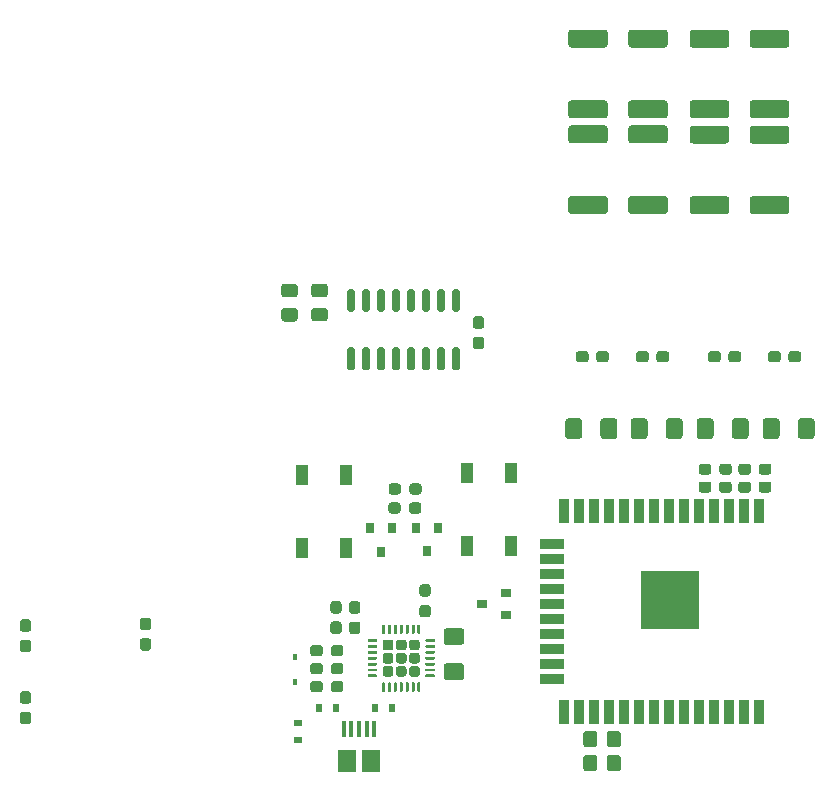
<source format=gbr>
G04 #@! TF.GenerationSoftware,KiCad,Pcbnew,(5.1.12)-1*
G04 #@! TF.CreationDate,2022-01-16T14:13:13-03:00*
G04 #@! TF.ProjectId,hamodule,68616d6f-6475-46c6-952e-6b696361645f,rev?*
G04 #@! TF.SameCoordinates,Original*
G04 #@! TF.FileFunction,Paste,Top*
G04 #@! TF.FilePolarity,Positive*
%FSLAX46Y46*%
G04 Gerber Fmt 4.6, Leading zero omitted, Abs format (unit mm)*
G04 Created by KiCad (PCBNEW (5.1.12)-1) date 2022-01-16 14:13:13*
%MOMM*%
%LPD*%
G01*
G04 APERTURE LIST*
%ADD10R,0.450000X0.600000*%
%ADD11R,0.900000X0.800000*%
%ADD12R,1.500000X1.900000*%
%ADD13R,0.400000X1.350000*%
%ADD14R,5.000000X5.000000*%
%ADD15R,0.900000X2.000000*%
%ADD16R,2.000000X0.900000*%
%ADD17R,0.600000X0.700000*%
%ADD18R,0.700000X0.600000*%
%ADD19R,0.800000X0.900000*%
%ADD20R,1.100000X1.800000*%
G04 APERTURE END LIST*
G36*
G01*
X142160000Y-139057500D02*
X141685000Y-139057500D01*
G75*
G02*
X141447500Y-138820000I0J237500D01*
G01*
X141447500Y-138220000D01*
G75*
G02*
X141685000Y-137982500I237500J0D01*
G01*
X142160000Y-137982500D01*
G75*
G02*
X142397500Y-138220000I0J-237500D01*
G01*
X142397500Y-138820000D01*
G75*
G02*
X142160000Y-139057500I-237500J0D01*
G01*
G37*
G36*
G01*
X142160000Y-140782500D02*
X141685000Y-140782500D01*
G75*
G02*
X141447500Y-140545000I0J237500D01*
G01*
X141447500Y-139945000D01*
G75*
G02*
X141685000Y-139707500I237500J0D01*
G01*
X142160000Y-139707500D01*
G75*
G02*
X142397500Y-139945000I0J-237500D01*
G01*
X142397500Y-140545000D01*
G75*
G02*
X142160000Y-140782500I-237500J0D01*
G01*
G37*
G36*
G01*
X197154500Y-122608500D02*
X197154500Y-121358500D01*
G75*
G02*
X197404500Y-121108500I250000J0D01*
G01*
X198329500Y-121108500D01*
G75*
G02*
X198579500Y-121358500I0J-250000D01*
G01*
X198579500Y-122608500D01*
G75*
G02*
X198329500Y-122858500I-250000J0D01*
G01*
X197404500Y-122858500D01*
G75*
G02*
X197154500Y-122608500I0J250000D01*
G01*
G37*
G36*
G01*
X194179500Y-122608500D02*
X194179500Y-121358500D01*
G75*
G02*
X194429500Y-121108500I250000J0D01*
G01*
X195354500Y-121108500D01*
G75*
G02*
X195604500Y-121358500I0J-250000D01*
G01*
X195604500Y-122608500D01*
G75*
G02*
X195354500Y-122858500I-250000J0D01*
G01*
X194429500Y-122858500D01*
G75*
G02*
X194179500Y-122608500I0J250000D01*
G01*
G37*
G36*
G01*
X190016500Y-121358500D02*
X190016500Y-122608500D01*
G75*
G02*
X189766500Y-122858500I-250000J0D01*
G01*
X188841500Y-122858500D01*
G75*
G02*
X188591500Y-122608500I0J250000D01*
G01*
X188591500Y-121358500D01*
G75*
G02*
X188841500Y-121108500I250000J0D01*
G01*
X189766500Y-121108500D01*
G75*
G02*
X190016500Y-121358500I0J-250000D01*
G01*
G37*
G36*
G01*
X192991500Y-121358500D02*
X192991500Y-122608500D01*
G75*
G02*
X192741500Y-122858500I-250000J0D01*
G01*
X191816500Y-122858500D01*
G75*
G02*
X191566500Y-122608500I0J250000D01*
G01*
X191566500Y-121358500D01*
G75*
G02*
X191816500Y-121108500I250000J0D01*
G01*
X192741500Y-121108500D01*
G75*
G02*
X192991500Y-121358500I0J-250000D01*
G01*
G37*
G36*
G01*
X178892500Y-121358500D02*
X178892500Y-122608500D01*
G75*
G02*
X178642500Y-122858500I-250000J0D01*
G01*
X177717500Y-122858500D01*
G75*
G02*
X177467500Y-122608500I0J250000D01*
G01*
X177467500Y-121358500D01*
G75*
G02*
X177717500Y-121108500I250000J0D01*
G01*
X178642500Y-121108500D01*
G75*
G02*
X178892500Y-121358500I0J-250000D01*
G01*
G37*
G36*
G01*
X181867500Y-121358500D02*
X181867500Y-122608500D01*
G75*
G02*
X181617500Y-122858500I-250000J0D01*
G01*
X180692500Y-122858500D01*
G75*
G02*
X180442500Y-122608500I0J250000D01*
G01*
X180442500Y-121358500D01*
G75*
G02*
X180692500Y-121108500I250000J0D01*
G01*
X181617500Y-121108500D01*
G75*
G02*
X181867500Y-121358500I0J-250000D01*
G01*
G37*
G36*
G01*
X185978500Y-122608500D02*
X185978500Y-121358500D01*
G75*
G02*
X186228500Y-121108500I250000J0D01*
G01*
X187153500Y-121108500D01*
G75*
G02*
X187403500Y-121358500I0J-250000D01*
G01*
X187403500Y-122608500D01*
G75*
G02*
X187153500Y-122858500I-250000J0D01*
G01*
X186228500Y-122858500D01*
G75*
G02*
X185978500Y-122608500I0J250000D01*
G01*
G37*
G36*
G01*
X183003500Y-122608500D02*
X183003500Y-121358500D01*
G75*
G02*
X183253500Y-121108500I250000J0D01*
G01*
X184178500Y-121108500D01*
G75*
G02*
X184428500Y-121358500I0J-250000D01*
G01*
X184428500Y-122608500D01*
G75*
G02*
X184178500Y-122858500I-250000J0D01*
G01*
X183253500Y-122858500D01*
G75*
G02*
X183003500Y-122608500I0J250000D01*
G01*
G37*
G36*
G01*
X167408700Y-141845000D02*
X168658700Y-141845000D01*
G75*
G02*
X168908700Y-142095000I0J-250000D01*
G01*
X168908700Y-143020000D01*
G75*
G02*
X168658700Y-143270000I-250000J0D01*
G01*
X167408700Y-143270000D01*
G75*
G02*
X167158700Y-143020000I0J250000D01*
G01*
X167158700Y-142095000D01*
G75*
G02*
X167408700Y-141845000I250000J0D01*
G01*
G37*
G36*
G01*
X167408700Y-138870000D02*
X168658700Y-138870000D01*
G75*
G02*
X168908700Y-139120000I0J-250000D01*
G01*
X168908700Y-140045000D01*
G75*
G02*
X168658700Y-140295000I-250000J0D01*
G01*
X167408700Y-140295000D01*
G75*
G02*
X167158700Y-140045000I0J250000D01*
G01*
X167158700Y-139120000D01*
G75*
G02*
X167408700Y-138870000I250000J0D01*
G01*
G37*
G36*
G01*
X164254900Y-127326400D02*
X164254900Y-126851400D01*
G75*
G02*
X164492400Y-126613900I237500J0D01*
G01*
X165067400Y-126613900D01*
G75*
G02*
X165304900Y-126851400I0J-237500D01*
G01*
X165304900Y-127326400D01*
G75*
G02*
X165067400Y-127563900I-237500J0D01*
G01*
X164492400Y-127563900D01*
G75*
G02*
X164254900Y-127326400I0J237500D01*
G01*
G37*
G36*
G01*
X162504900Y-127326400D02*
X162504900Y-126851400D01*
G75*
G02*
X162742400Y-126613900I237500J0D01*
G01*
X163317400Y-126613900D01*
G75*
G02*
X163554900Y-126851400I0J-237500D01*
G01*
X163554900Y-127326400D01*
G75*
G02*
X163317400Y-127563900I-237500J0D01*
G01*
X162742400Y-127563900D01*
G75*
G02*
X162504900Y-127326400I0J237500D01*
G01*
G37*
G36*
G01*
X163532100Y-128463000D02*
X163532100Y-128938000D01*
G75*
G02*
X163294600Y-129175500I-237500J0D01*
G01*
X162719600Y-129175500D01*
G75*
G02*
X162482100Y-128938000I0J237500D01*
G01*
X162482100Y-128463000D01*
G75*
G02*
X162719600Y-128225500I237500J0D01*
G01*
X163294600Y-128225500D01*
G75*
G02*
X163532100Y-128463000I0J-237500D01*
G01*
G37*
G36*
G01*
X165282100Y-128463000D02*
X165282100Y-128938000D01*
G75*
G02*
X165044600Y-129175500I-237500J0D01*
G01*
X164469600Y-129175500D01*
G75*
G02*
X164232100Y-128938000I0J237500D01*
G01*
X164232100Y-128463000D01*
G75*
G02*
X164469600Y-128225500I237500J0D01*
G01*
X165044600Y-128225500D01*
G75*
G02*
X165282100Y-128463000I0J-237500D01*
G01*
G37*
G36*
G01*
X196358500Y-116125000D02*
X196358500Y-115650000D01*
G75*
G02*
X196596000Y-115412500I237500J0D01*
G01*
X197196000Y-115412500D01*
G75*
G02*
X197433500Y-115650000I0J-237500D01*
G01*
X197433500Y-116125000D01*
G75*
G02*
X197196000Y-116362500I-237500J0D01*
G01*
X196596000Y-116362500D01*
G75*
G02*
X196358500Y-116125000I0J237500D01*
G01*
G37*
G36*
G01*
X194633500Y-116125000D02*
X194633500Y-115650000D01*
G75*
G02*
X194871000Y-115412500I237500J0D01*
G01*
X195471000Y-115412500D01*
G75*
G02*
X195708500Y-115650000I0J-237500D01*
G01*
X195708500Y-116125000D01*
G75*
G02*
X195471000Y-116362500I-237500J0D01*
G01*
X194871000Y-116362500D01*
G75*
G02*
X194633500Y-116125000I0J237500D01*
G01*
G37*
G36*
G01*
X190628500Y-115650000D02*
X190628500Y-116125000D01*
G75*
G02*
X190391000Y-116362500I-237500J0D01*
G01*
X189791000Y-116362500D01*
G75*
G02*
X189553500Y-116125000I0J237500D01*
G01*
X189553500Y-115650000D01*
G75*
G02*
X189791000Y-115412500I237500J0D01*
G01*
X190391000Y-115412500D01*
G75*
G02*
X190628500Y-115650000I0J-237500D01*
G01*
G37*
G36*
G01*
X192353500Y-115650000D02*
X192353500Y-116125000D01*
G75*
G02*
X192116000Y-116362500I-237500J0D01*
G01*
X191516000Y-116362500D01*
G75*
G02*
X191278500Y-116125000I0J237500D01*
G01*
X191278500Y-115650000D01*
G75*
G02*
X191516000Y-115412500I237500J0D01*
G01*
X192116000Y-115412500D01*
G75*
G02*
X192353500Y-115650000I0J-237500D01*
G01*
G37*
G36*
G01*
X185182500Y-116125000D02*
X185182500Y-115650000D01*
G75*
G02*
X185420000Y-115412500I237500J0D01*
G01*
X186020000Y-115412500D01*
G75*
G02*
X186257500Y-115650000I0J-237500D01*
G01*
X186257500Y-116125000D01*
G75*
G02*
X186020000Y-116362500I-237500J0D01*
G01*
X185420000Y-116362500D01*
G75*
G02*
X185182500Y-116125000I0J237500D01*
G01*
G37*
G36*
G01*
X183457500Y-116125000D02*
X183457500Y-115650000D01*
G75*
G02*
X183695000Y-115412500I237500J0D01*
G01*
X184295000Y-115412500D01*
G75*
G02*
X184532500Y-115650000I0J-237500D01*
G01*
X184532500Y-116125000D01*
G75*
G02*
X184295000Y-116362500I-237500J0D01*
G01*
X183695000Y-116362500D01*
G75*
G02*
X183457500Y-116125000I0J237500D01*
G01*
G37*
G36*
G01*
X179434500Y-115650000D02*
X179434500Y-116125000D01*
G75*
G02*
X179197000Y-116362500I-237500J0D01*
G01*
X178597000Y-116362500D01*
G75*
G02*
X178359500Y-116125000I0J237500D01*
G01*
X178359500Y-115650000D01*
G75*
G02*
X178597000Y-115412500I237500J0D01*
G01*
X179197000Y-115412500D01*
G75*
G02*
X179434500Y-115650000I0J-237500D01*
G01*
G37*
G36*
G01*
X181159500Y-115650000D02*
X181159500Y-116125000D01*
G75*
G02*
X180922000Y-116362500I-237500J0D01*
G01*
X180322000Y-116362500D01*
G75*
G02*
X180084500Y-116125000I0J237500D01*
G01*
X180084500Y-115650000D01*
G75*
G02*
X180322000Y-115412500I237500J0D01*
G01*
X180922000Y-115412500D01*
G75*
G02*
X181159500Y-115650000I0J-237500D01*
G01*
G37*
G36*
G01*
X131525000Y-145939500D02*
X132000000Y-145939500D01*
G75*
G02*
X132237500Y-146177000I0J-237500D01*
G01*
X132237500Y-146777000D01*
G75*
G02*
X132000000Y-147014500I-237500J0D01*
G01*
X131525000Y-147014500D01*
G75*
G02*
X131287500Y-146777000I0J237500D01*
G01*
X131287500Y-146177000D01*
G75*
G02*
X131525000Y-145939500I237500J0D01*
G01*
G37*
G36*
G01*
X131525000Y-144214500D02*
X132000000Y-144214500D01*
G75*
G02*
X132237500Y-144452000I0J-237500D01*
G01*
X132237500Y-145052000D01*
G75*
G02*
X132000000Y-145289500I-237500J0D01*
G01*
X131525000Y-145289500D01*
G75*
G02*
X131287500Y-145052000I0J237500D01*
G01*
X131287500Y-144452000D01*
G75*
G02*
X131525000Y-144214500I237500J0D01*
G01*
G37*
G36*
G01*
X132000000Y-139193500D02*
X131525000Y-139193500D01*
G75*
G02*
X131287500Y-138956000I0J237500D01*
G01*
X131287500Y-138356000D01*
G75*
G02*
X131525000Y-138118500I237500J0D01*
G01*
X132000000Y-138118500D01*
G75*
G02*
X132237500Y-138356000I0J-237500D01*
G01*
X132237500Y-138956000D01*
G75*
G02*
X132000000Y-139193500I-237500J0D01*
G01*
G37*
G36*
G01*
X132000000Y-140918500D02*
X131525000Y-140918500D01*
G75*
G02*
X131287500Y-140681000I0J237500D01*
G01*
X131287500Y-140081000D01*
G75*
G02*
X131525000Y-139843500I237500J0D01*
G01*
X132000000Y-139843500D01*
G75*
G02*
X132237500Y-140081000I0J-237500D01*
G01*
X132237500Y-140681000D01*
G75*
G02*
X132000000Y-140918500I-237500J0D01*
G01*
G37*
G36*
G01*
X169879000Y-114189500D02*
X170354000Y-114189500D01*
G75*
G02*
X170591500Y-114427000I0J-237500D01*
G01*
X170591500Y-115027000D01*
G75*
G02*
X170354000Y-115264500I-237500J0D01*
G01*
X169879000Y-115264500D01*
G75*
G02*
X169641500Y-115027000I0J237500D01*
G01*
X169641500Y-114427000D01*
G75*
G02*
X169879000Y-114189500I237500J0D01*
G01*
G37*
G36*
G01*
X169879000Y-112464500D02*
X170354000Y-112464500D01*
G75*
G02*
X170591500Y-112702000I0J-237500D01*
G01*
X170591500Y-113302000D01*
G75*
G02*
X170354000Y-113539500I-237500J0D01*
G01*
X169879000Y-113539500D01*
G75*
G02*
X169641500Y-113302000I0J237500D01*
G01*
X169641500Y-112702000D01*
G75*
G02*
X169879000Y-112464500I237500J0D01*
G01*
G37*
G36*
G01*
X189831000Y-126699000D02*
X189831000Y-127174000D01*
G75*
G02*
X189593500Y-127411500I-237500J0D01*
G01*
X188993500Y-127411500D01*
G75*
G02*
X188756000Y-127174000I0J237500D01*
G01*
X188756000Y-126699000D01*
G75*
G02*
X188993500Y-126461500I237500J0D01*
G01*
X189593500Y-126461500D01*
G75*
G02*
X189831000Y-126699000I0J-237500D01*
G01*
G37*
G36*
G01*
X191556000Y-126699000D02*
X191556000Y-127174000D01*
G75*
G02*
X191318500Y-127411500I-237500J0D01*
G01*
X190718500Y-127411500D01*
G75*
G02*
X190481000Y-127174000I0J237500D01*
G01*
X190481000Y-126699000D01*
G75*
G02*
X190718500Y-126461500I237500J0D01*
G01*
X191318500Y-126461500D01*
G75*
G02*
X191556000Y-126699000I0J-237500D01*
G01*
G37*
G36*
G01*
X193836000Y-127174000D02*
X193836000Y-126699000D01*
G75*
G02*
X194073500Y-126461500I237500J0D01*
G01*
X194673500Y-126461500D01*
G75*
G02*
X194911000Y-126699000I0J-237500D01*
G01*
X194911000Y-127174000D01*
G75*
G02*
X194673500Y-127411500I-237500J0D01*
G01*
X194073500Y-127411500D01*
G75*
G02*
X193836000Y-127174000I0J237500D01*
G01*
G37*
G36*
G01*
X192111000Y-127174000D02*
X192111000Y-126699000D01*
G75*
G02*
X192348500Y-126461500I237500J0D01*
G01*
X192948500Y-126461500D01*
G75*
G02*
X193186000Y-126699000I0J-237500D01*
G01*
X193186000Y-127174000D01*
G75*
G02*
X192948500Y-127411500I-237500J0D01*
G01*
X192348500Y-127411500D01*
G75*
G02*
X192111000Y-127174000I0J237500D01*
G01*
G37*
G36*
G01*
X158289000Y-137648900D02*
X157814000Y-137648900D01*
G75*
G02*
X157576500Y-137411400I0J237500D01*
G01*
X157576500Y-136811400D01*
G75*
G02*
X157814000Y-136573900I237500J0D01*
G01*
X158289000Y-136573900D01*
G75*
G02*
X158526500Y-136811400I0J-237500D01*
G01*
X158526500Y-137411400D01*
G75*
G02*
X158289000Y-137648900I-237500J0D01*
G01*
G37*
G36*
G01*
X158289000Y-139373900D02*
X157814000Y-139373900D01*
G75*
G02*
X157576500Y-139136400I0J237500D01*
G01*
X157576500Y-138536400D01*
G75*
G02*
X157814000Y-138298900I237500J0D01*
G01*
X158289000Y-138298900D01*
G75*
G02*
X158526500Y-138536400I0J-237500D01*
G01*
X158526500Y-139136400D01*
G75*
G02*
X158289000Y-139373900I-237500J0D01*
G01*
G37*
G36*
G01*
X162231000Y-142084500D02*
X162681000Y-142084500D01*
G75*
G02*
X162906000Y-142309500I0J-225000D01*
G01*
X162906000Y-142759500D01*
G75*
G02*
X162681000Y-142984500I-225000J0D01*
G01*
X162231000Y-142984500D01*
G75*
G02*
X162006000Y-142759500I0J225000D01*
G01*
X162006000Y-142309500D01*
G75*
G02*
X162231000Y-142084500I225000J0D01*
G01*
G37*
G36*
G01*
X163351000Y-142084500D02*
X163801000Y-142084500D01*
G75*
G02*
X164026000Y-142309500I0J-225000D01*
G01*
X164026000Y-142759500D01*
G75*
G02*
X163801000Y-142984500I-225000J0D01*
G01*
X163351000Y-142984500D01*
G75*
G02*
X163126000Y-142759500I0J225000D01*
G01*
X163126000Y-142309500D01*
G75*
G02*
X163351000Y-142084500I225000J0D01*
G01*
G37*
G36*
G01*
X164471000Y-142084500D02*
X164921000Y-142084500D01*
G75*
G02*
X165146000Y-142309500I0J-225000D01*
G01*
X165146000Y-142759500D01*
G75*
G02*
X164921000Y-142984500I-225000J0D01*
G01*
X164471000Y-142984500D01*
G75*
G02*
X164246000Y-142759500I0J225000D01*
G01*
X164246000Y-142309500D01*
G75*
G02*
X164471000Y-142084500I225000J0D01*
G01*
G37*
G36*
G01*
X162231000Y-140964500D02*
X162681000Y-140964500D01*
G75*
G02*
X162906000Y-141189500I0J-225000D01*
G01*
X162906000Y-141639500D01*
G75*
G02*
X162681000Y-141864500I-225000J0D01*
G01*
X162231000Y-141864500D01*
G75*
G02*
X162006000Y-141639500I0J225000D01*
G01*
X162006000Y-141189500D01*
G75*
G02*
X162231000Y-140964500I225000J0D01*
G01*
G37*
G36*
G01*
X163351000Y-140964500D02*
X163801000Y-140964500D01*
G75*
G02*
X164026000Y-141189500I0J-225000D01*
G01*
X164026000Y-141639500D01*
G75*
G02*
X163801000Y-141864500I-225000J0D01*
G01*
X163351000Y-141864500D01*
G75*
G02*
X163126000Y-141639500I0J225000D01*
G01*
X163126000Y-141189500D01*
G75*
G02*
X163351000Y-140964500I225000J0D01*
G01*
G37*
G36*
G01*
X164471000Y-140964500D02*
X164921000Y-140964500D01*
G75*
G02*
X165146000Y-141189500I0J-225000D01*
G01*
X165146000Y-141639500D01*
G75*
G02*
X164921000Y-141864500I-225000J0D01*
G01*
X164471000Y-141864500D01*
G75*
G02*
X164246000Y-141639500I0J225000D01*
G01*
X164246000Y-141189500D01*
G75*
G02*
X164471000Y-140964500I225000J0D01*
G01*
G37*
G36*
G01*
X162231000Y-139844500D02*
X162681000Y-139844500D01*
G75*
G02*
X162906000Y-140069500I0J-225000D01*
G01*
X162906000Y-140519500D01*
G75*
G02*
X162681000Y-140744500I-225000J0D01*
G01*
X162231000Y-140744500D01*
G75*
G02*
X162006000Y-140519500I0J225000D01*
G01*
X162006000Y-140069500D01*
G75*
G02*
X162231000Y-139844500I225000J0D01*
G01*
G37*
G36*
G01*
X163351000Y-139844500D02*
X163801000Y-139844500D01*
G75*
G02*
X164026000Y-140069500I0J-225000D01*
G01*
X164026000Y-140519500D01*
G75*
G02*
X163801000Y-140744500I-225000J0D01*
G01*
X163351000Y-140744500D01*
G75*
G02*
X163126000Y-140519500I0J225000D01*
G01*
X163126000Y-140069500D01*
G75*
G02*
X163351000Y-139844500I225000J0D01*
G01*
G37*
G36*
G01*
X164471000Y-139844500D02*
X164921000Y-139844500D01*
G75*
G02*
X165146000Y-140069500I0J-225000D01*
G01*
X165146000Y-140519500D01*
G75*
G02*
X164921000Y-140744500I-225000J0D01*
G01*
X164471000Y-140744500D01*
G75*
G02*
X164246000Y-140519500I0J225000D01*
G01*
X164246000Y-140069500D01*
G75*
G02*
X164471000Y-139844500I225000J0D01*
G01*
G37*
G36*
G01*
X165688500Y-139789500D02*
X166363500Y-139789500D01*
G75*
G02*
X166426000Y-139852000I0J-62500D01*
G01*
X166426000Y-139977000D01*
G75*
G02*
X166363500Y-140039500I-62500J0D01*
G01*
X165688500Y-140039500D01*
G75*
G02*
X165626000Y-139977000I0J62500D01*
G01*
X165626000Y-139852000D01*
G75*
G02*
X165688500Y-139789500I62500J0D01*
G01*
G37*
G36*
G01*
X165688500Y-140289500D02*
X166363500Y-140289500D01*
G75*
G02*
X166426000Y-140352000I0J-62500D01*
G01*
X166426000Y-140477000D01*
G75*
G02*
X166363500Y-140539500I-62500J0D01*
G01*
X165688500Y-140539500D01*
G75*
G02*
X165626000Y-140477000I0J62500D01*
G01*
X165626000Y-140352000D01*
G75*
G02*
X165688500Y-140289500I62500J0D01*
G01*
G37*
G36*
G01*
X165688500Y-140789500D02*
X166363500Y-140789500D01*
G75*
G02*
X166426000Y-140852000I0J-62500D01*
G01*
X166426000Y-140977000D01*
G75*
G02*
X166363500Y-141039500I-62500J0D01*
G01*
X165688500Y-141039500D01*
G75*
G02*
X165626000Y-140977000I0J62500D01*
G01*
X165626000Y-140852000D01*
G75*
G02*
X165688500Y-140789500I62500J0D01*
G01*
G37*
G36*
G01*
X165688500Y-141289500D02*
X166363500Y-141289500D01*
G75*
G02*
X166426000Y-141352000I0J-62500D01*
G01*
X166426000Y-141477000D01*
G75*
G02*
X166363500Y-141539500I-62500J0D01*
G01*
X165688500Y-141539500D01*
G75*
G02*
X165626000Y-141477000I0J62500D01*
G01*
X165626000Y-141352000D01*
G75*
G02*
X165688500Y-141289500I62500J0D01*
G01*
G37*
G36*
G01*
X165688500Y-141789500D02*
X166363500Y-141789500D01*
G75*
G02*
X166426000Y-141852000I0J-62500D01*
G01*
X166426000Y-141977000D01*
G75*
G02*
X166363500Y-142039500I-62500J0D01*
G01*
X165688500Y-142039500D01*
G75*
G02*
X165626000Y-141977000I0J62500D01*
G01*
X165626000Y-141852000D01*
G75*
G02*
X165688500Y-141789500I62500J0D01*
G01*
G37*
G36*
G01*
X165688500Y-142289500D02*
X166363500Y-142289500D01*
G75*
G02*
X166426000Y-142352000I0J-62500D01*
G01*
X166426000Y-142477000D01*
G75*
G02*
X166363500Y-142539500I-62500J0D01*
G01*
X165688500Y-142539500D01*
G75*
G02*
X165626000Y-142477000I0J62500D01*
G01*
X165626000Y-142352000D01*
G75*
G02*
X165688500Y-142289500I62500J0D01*
G01*
G37*
G36*
G01*
X165688500Y-142789500D02*
X166363500Y-142789500D01*
G75*
G02*
X166426000Y-142852000I0J-62500D01*
G01*
X166426000Y-142977000D01*
G75*
G02*
X166363500Y-143039500I-62500J0D01*
G01*
X165688500Y-143039500D01*
G75*
G02*
X165626000Y-142977000I0J62500D01*
G01*
X165626000Y-142852000D01*
G75*
G02*
X165688500Y-142789500I62500J0D01*
G01*
G37*
G36*
G01*
X165013500Y-143464500D02*
X165138500Y-143464500D01*
G75*
G02*
X165201000Y-143527000I0J-62500D01*
G01*
X165201000Y-144202000D01*
G75*
G02*
X165138500Y-144264500I-62500J0D01*
G01*
X165013500Y-144264500D01*
G75*
G02*
X164951000Y-144202000I0J62500D01*
G01*
X164951000Y-143527000D01*
G75*
G02*
X165013500Y-143464500I62500J0D01*
G01*
G37*
G36*
G01*
X164513500Y-143464500D02*
X164638500Y-143464500D01*
G75*
G02*
X164701000Y-143527000I0J-62500D01*
G01*
X164701000Y-144202000D01*
G75*
G02*
X164638500Y-144264500I-62500J0D01*
G01*
X164513500Y-144264500D01*
G75*
G02*
X164451000Y-144202000I0J62500D01*
G01*
X164451000Y-143527000D01*
G75*
G02*
X164513500Y-143464500I62500J0D01*
G01*
G37*
G36*
G01*
X164013500Y-143464500D02*
X164138500Y-143464500D01*
G75*
G02*
X164201000Y-143527000I0J-62500D01*
G01*
X164201000Y-144202000D01*
G75*
G02*
X164138500Y-144264500I-62500J0D01*
G01*
X164013500Y-144264500D01*
G75*
G02*
X163951000Y-144202000I0J62500D01*
G01*
X163951000Y-143527000D01*
G75*
G02*
X164013500Y-143464500I62500J0D01*
G01*
G37*
G36*
G01*
X163513500Y-143464500D02*
X163638500Y-143464500D01*
G75*
G02*
X163701000Y-143527000I0J-62500D01*
G01*
X163701000Y-144202000D01*
G75*
G02*
X163638500Y-144264500I-62500J0D01*
G01*
X163513500Y-144264500D01*
G75*
G02*
X163451000Y-144202000I0J62500D01*
G01*
X163451000Y-143527000D01*
G75*
G02*
X163513500Y-143464500I62500J0D01*
G01*
G37*
G36*
G01*
X163013500Y-143464500D02*
X163138500Y-143464500D01*
G75*
G02*
X163201000Y-143527000I0J-62500D01*
G01*
X163201000Y-144202000D01*
G75*
G02*
X163138500Y-144264500I-62500J0D01*
G01*
X163013500Y-144264500D01*
G75*
G02*
X162951000Y-144202000I0J62500D01*
G01*
X162951000Y-143527000D01*
G75*
G02*
X163013500Y-143464500I62500J0D01*
G01*
G37*
G36*
G01*
X162513500Y-143464500D02*
X162638500Y-143464500D01*
G75*
G02*
X162701000Y-143527000I0J-62500D01*
G01*
X162701000Y-144202000D01*
G75*
G02*
X162638500Y-144264500I-62500J0D01*
G01*
X162513500Y-144264500D01*
G75*
G02*
X162451000Y-144202000I0J62500D01*
G01*
X162451000Y-143527000D01*
G75*
G02*
X162513500Y-143464500I62500J0D01*
G01*
G37*
G36*
G01*
X162013500Y-143464500D02*
X162138500Y-143464500D01*
G75*
G02*
X162201000Y-143527000I0J-62500D01*
G01*
X162201000Y-144202000D01*
G75*
G02*
X162138500Y-144264500I-62500J0D01*
G01*
X162013500Y-144264500D01*
G75*
G02*
X161951000Y-144202000I0J62500D01*
G01*
X161951000Y-143527000D01*
G75*
G02*
X162013500Y-143464500I62500J0D01*
G01*
G37*
G36*
G01*
X160788500Y-142789500D02*
X161463500Y-142789500D01*
G75*
G02*
X161526000Y-142852000I0J-62500D01*
G01*
X161526000Y-142977000D01*
G75*
G02*
X161463500Y-143039500I-62500J0D01*
G01*
X160788500Y-143039500D01*
G75*
G02*
X160726000Y-142977000I0J62500D01*
G01*
X160726000Y-142852000D01*
G75*
G02*
X160788500Y-142789500I62500J0D01*
G01*
G37*
G36*
G01*
X160788500Y-142289500D02*
X161463500Y-142289500D01*
G75*
G02*
X161526000Y-142352000I0J-62500D01*
G01*
X161526000Y-142477000D01*
G75*
G02*
X161463500Y-142539500I-62500J0D01*
G01*
X160788500Y-142539500D01*
G75*
G02*
X160726000Y-142477000I0J62500D01*
G01*
X160726000Y-142352000D01*
G75*
G02*
X160788500Y-142289500I62500J0D01*
G01*
G37*
G36*
G01*
X160788500Y-141789500D02*
X161463500Y-141789500D01*
G75*
G02*
X161526000Y-141852000I0J-62500D01*
G01*
X161526000Y-141977000D01*
G75*
G02*
X161463500Y-142039500I-62500J0D01*
G01*
X160788500Y-142039500D01*
G75*
G02*
X160726000Y-141977000I0J62500D01*
G01*
X160726000Y-141852000D01*
G75*
G02*
X160788500Y-141789500I62500J0D01*
G01*
G37*
G36*
G01*
X160788500Y-141289500D02*
X161463500Y-141289500D01*
G75*
G02*
X161526000Y-141352000I0J-62500D01*
G01*
X161526000Y-141477000D01*
G75*
G02*
X161463500Y-141539500I-62500J0D01*
G01*
X160788500Y-141539500D01*
G75*
G02*
X160726000Y-141477000I0J62500D01*
G01*
X160726000Y-141352000D01*
G75*
G02*
X160788500Y-141289500I62500J0D01*
G01*
G37*
G36*
G01*
X160788500Y-140789500D02*
X161463500Y-140789500D01*
G75*
G02*
X161526000Y-140852000I0J-62500D01*
G01*
X161526000Y-140977000D01*
G75*
G02*
X161463500Y-141039500I-62500J0D01*
G01*
X160788500Y-141039500D01*
G75*
G02*
X160726000Y-140977000I0J62500D01*
G01*
X160726000Y-140852000D01*
G75*
G02*
X160788500Y-140789500I62500J0D01*
G01*
G37*
G36*
G01*
X160788500Y-140289500D02*
X161463500Y-140289500D01*
G75*
G02*
X161526000Y-140352000I0J-62500D01*
G01*
X161526000Y-140477000D01*
G75*
G02*
X161463500Y-140539500I-62500J0D01*
G01*
X160788500Y-140539500D01*
G75*
G02*
X160726000Y-140477000I0J62500D01*
G01*
X160726000Y-140352000D01*
G75*
G02*
X160788500Y-140289500I62500J0D01*
G01*
G37*
G36*
G01*
X160788500Y-139789500D02*
X161463500Y-139789500D01*
G75*
G02*
X161526000Y-139852000I0J-62500D01*
G01*
X161526000Y-139977000D01*
G75*
G02*
X161463500Y-140039500I-62500J0D01*
G01*
X160788500Y-140039500D01*
G75*
G02*
X160726000Y-139977000I0J62500D01*
G01*
X160726000Y-139852000D01*
G75*
G02*
X160788500Y-139789500I62500J0D01*
G01*
G37*
G36*
G01*
X162013500Y-138564500D02*
X162138500Y-138564500D01*
G75*
G02*
X162201000Y-138627000I0J-62500D01*
G01*
X162201000Y-139302000D01*
G75*
G02*
X162138500Y-139364500I-62500J0D01*
G01*
X162013500Y-139364500D01*
G75*
G02*
X161951000Y-139302000I0J62500D01*
G01*
X161951000Y-138627000D01*
G75*
G02*
X162013500Y-138564500I62500J0D01*
G01*
G37*
G36*
G01*
X162513500Y-138564500D02*
X162638500Y-138564500D01*
G75*
G02*
X162701000Y-138627000I0J-62500D01*
G01*
X162701000Y-139302000D01*
G75*
G02*
X162638500Y-139364500I-62500J0D01*
G01*
X162513500Y-139364500D01*
G75*
G02*
X162451000Y-139302000I0J62500D01*
G01*
X162451000Y-138627000D01*
G75*
G02*
X162513500Y-138564500I62500J0D01*
G01*
G37*
G36*
G01*
X163013500Y-138564500D02*
X163138500Y-138564500D01*
G75*
G02*
X163201000Y-138627000I0J-62500D01*
G01*
X163201000Y-139302000D01*
G75*
G02*
X163138500Y-139364500I-62500J0D01*
G01*
X163013500Y-139364500D01*
G75*
G02*
X162951000Y-139302000I0J62500D01*
G01*
X162951000Y-138627000D01*
G75*
G02*
X163013500Y-138564500I62500J0D01*
G01*
G37*
G36*
G01*
X163513500Y-138564500D02*
X163638500Y-138564500D01*
G75*
G02*
X163701000Y-138627000I0J-62500D01*
G01*
X163701000Y-139302000D01*
G75*
G02*
X163638500Y-139364500I-62500J0D01*
G01*
X163513500Y-139364500D01*
G75*
G02*
X163451000Y-139302000I0J62500D01*
G01*
X163451000Y-138627000D01*
G75*
G02*
X163513500Y-138564500I62500J0D01*
G01*
G37*
G36*
G01*
X164013500Y-138564500D02*
X164138500Y-138564500D01*
G75*
G02*
X164201000Y-138627000I0J-62500D01*
G01*
X164201000Y-139302000D01*
G75*
G02*
X164138500Y-139364500I-62500J0D01*
G01*
X164013500Y-139364500D01*
G75*
G02*
X163951000Y-139302000I0J62500D01*
G01*
X163951000Y-138627000D01*
G75*
G02*
X164013500Y-138564500I62500J0D01*
G01*
G37*
G36*
G01*
X164513500Y-138564500D02*
X164638500Y-138564500D01*
G75*
G02*
X164701000Y-138627000I0J-62500D01*
G01*
X164701000Y-139302000D01*
G75*
G02*
X164638500Y-139364500I-62500J0D01*
G01*
X164513500Y-139364500D01*
G75*
G02*
X164451000Y-139302000I0J62500D01*
G01*
X164451000Y-138627000D01*
G75*
G02*
X164513500Y-138564500I62500J0D01*
G01*
G37*
G36*
G01*
X165013500Y-138564500D02*
X165138500Y-138564500D01*
G75*
G02*
X165201000Y-138627000I0J-62500D01*
G01*
X165201000Y-139302000D01*
G75*
G02*
X165138500Y-139364500I-62500J0D01*
G01*
X165013500Y-139364500D01*
G75*
G02*
X164951000Y-139302000I0J62500D01*
G01*
X164951000Y-138627000D01*
G75*
G02*
X165013500Y-138564500I62500J0D01*
G01*
G37*
G36*
G01*
X180178000Y-147822499D02*
X180178000Y-148722501D01*
G75*
G02*
X179928001Y-148972500I-249999J0D01*
G01*
X179227999Y-148972500D01*
G75*
G02*
X178978000Y-148722501I0J249999D01*
G01*
X178978000Y-147822499D01*
G75*
G02*
X179227999Y-147572500I249999J0D01*
G01*
X179928001Y-147572500D01*
G75*
G02*
X180178000Y-147822499I0J-249999D01*
G01*
G37*
G36*
G01*
X182178000Y-147822499D02*
X182178000Y-148722501D01*
G75*
G02*
X181928001Y-148972500I-249999J0D01*
G01*
X181227999Y-148972500D01*
G75*
G02*
X180978000Y-148722501I0J249999D01*
G01*
X180978000Y-147822499D01*
G75*
G02*
X181227999Y-147572500I249999J0D01*
G01*
X181928001Y-147572500D01*
G75*
G02*
X182178000Y-147822499I0J-249999D01*
G01*
G37*
G36*
G01*
X180178000Y-149854499D02*
X180178000Y-150754501D01*
G75*
G02*
X179928001Y-151004500I-249999J0D01*
G01*
X179227999Y-151004500D01*
G75*
G02*
X178978000Y-150754501I0J249999D01*
G01*
X178978000Y-149854499D01*
G75*
G02*
X179227999Y-149604500I249999J0D01*
G01*
X179928001Y-149604500D01*
G75*
G02*
X180178000Y-149854499I0J-249999D01*
G01*
G37*
G36*
G01*
X182178000Y-149854499D02*
X182178000Y-150754501D01*
G75*
G02*
X181928001Y-151004500I-249999J0D01*
G01*
X181227999Y-151004500D01*
G75*
G02*
X180978000Y-150754501I0J249999D01*
G01*
X180978000Y-149854499D01*
G75*
G02*
X181227999Y-149604500I249999J0D01*
G01*
X181928001Y-149604500D01*
G75*
G02*
X182178000Y-149854499I0J-249999D01*
G01*
G37*
G36*
G01*
X177962499Y-102286000D02*
X180812501Y-102286000D01*
G75*
G02*
X181062500Y-102535999I0J-249999D01*
G01*
X181062500Y-103561001D01*
G75*
G02*
X180812501Y-103811000I-249999J0D01*
G01*
X177962499Y-103811000D01*
G75*
G02*
X177712500Y-103561001I0J249999D01*
G01*
X177712500Y-102535999D01*
G75*
G02*
X177962499Y-102286000I249999J0D01*
G01*
G37*
G36*
G01*
X177962499Y-96311000D02*
X180812501Y-96311000D01*
G75*
G02*
X181062500Y-96560999I0J-249999D01*
G01*
X181062500Y-97586001D01*
G75*
G02*
X180812501Y-97836000I-249999J0D01*
G01*
X177962499Y-97836000D01*
G75*
G02*
X177712500Y-97586001I0J249999D01*
G01*
X177712500Y-96560999D01*
G75*
G02*
X177962499Y-96311000I249999J0D01*
G01*
G37*
D10*
X154559000Y-143446500D03*
X154559000Y-141346500D03*
G36*
G01*
X165357800Y-136901700D02*
X165832800Y-136901700D01*
G75*
G02*
X166070300Y-137139200I0J-237500D01*
G01*
X166070300Y-137714200D01*
G75*
G02*
X165832800Y-137951700I-237500J0D01*
G01*
X165357800Y-137951700D01*
G75*
G02*
X165120300Y-137714200I0J237500D01*
G01*
X165120300Y-137139200D01*
G75*
G02*
X165357800Y-136901700I237500J0D01*
G01*
G37*
G36*
G01*
X165357800Y-135151700D02*
X165832800Y-135151700D01*
G75*
G02*
X166070300Y-135389200I0J-237500D01*
G01*
X166070300Y-135964200D01*
G75*
G02*
X165832800Y-136201700I-237500J0D01*
G01*
X165357800Y-136201700D01*
G75*
G02*
X165120300Y-135964200I0J237500D01*
G01*
X165120300Y-135389200D01*
G75*
G02*
X165357800Y-135151700I237500J0D01*
G01*
G37*
G36*
G01*
X156925500Y-142066000D02*
X156925500Y-142541000D01*
G75*
G02*
X156688000Y-142778500I-237500J0D01*
G01*
X156113000Y-142778500D01*
G75*
G02*
X155875500Y-142541000I0J237500D01*
G01*
X155875500Y-142066000D01*
G75*
G02*
X156113000Y-141828500I237500J0D01*
G01*
X156688000Y-141828500D01*
G75*
G02*
X156925500Y-142066000I0J-237500D01*
G01*
G37*
G36*
G01*
X158675500Y-142066000D02*
X158675500Y-142541000D01*
G75*
G02*
X158438000Y-142778500I-237500J0D01*
G01*
X157863000Y-142778500D01*
G75*
G02*
X157625500Y-142541000I0J237500D01*
G01*
X157625500Y-142066000D01*
G75*
G02*
X157863000Y-141828500I237500J0D01*
G01*
X158438000Y-141828500D01*
G75*
G02*
X158675500Y-142066000I0J-237500D01*
G01*
G37*
G36*
G01*
X157625500Y-141017000D02*
X157625500Y-140542000D01*
G75*
G02*
X157863000Y-140304500I237500J0D01*
G01*
X158438000Y-140304500D01*
G75*
G02*
X158675500Y-140542000I0J-237500D01*
G01*
X158675500Y-141017000D01*
G75*
G02*
X158438000Y-141254500I-237500J0D01*
G01*
X157863000Y-141254500D01*
G75*
G02*
X157625500Y-141017000I0J237500D01*
G01*
G37*
G36*
G01*
X155875500Y-141017000D02*
X155875500Y-140542000D01*
G75*
G02*
X156113000Y-140304500I237500J0D01*
G01*
X156688000Y-140304500D01*
G75*
G02*
X156925500Y-140542000I0J-237500D01*
G01*
X156925500Y-141017000D01*
G75*
G02*
X156688000Y-141254500I-237500J0D01*
G01*
X156113000Y-141254500D01*
G75*
G02*
X155875500Y-141017000I0J237500D01*
G01*
G37*
G36*
G01*
X156925500Y-143590000D02*
X156925500Y-144065000D01*
G75*
G02*
X156688000Y-144302500I-237500J0D01*
G01*
X156113000Y-144302500D01*
G75*
G02*
X155875500Y-144065000I0J237500D01*
G01*
X155875500Y-143590000D01*
G75*
G02*
X156113000Y-143352500I237500J0D01*
G01*
X156688000Y-143352500D01*
G75*
G02*
X156925500Y-143590000I0J-237500D01*
G01*
G37*
G36*
G01*
X158675500Y-143590000D02*
X158675500Y-144065000D01*
G75*
G02*
X158438000Y-144302500I-237500J0D01*
G01*
X157863000Y-144302500D01*
G75*
G02*
X157625500Y-144065000I0J237500D01*
G01*
X157625500Y-143590000D01*
G75*
G02*
X157863000Y-143352500I237500J0D01*
G01*
X158438000Y-143352500D01*
G75*
G02*
X158675500Y-143590000I0J-237500D01*
G01*
G37*
D11*
X170453300Y-136832300D03*
X172453300Y-135882300D03*
X172453300Y-137782300D03*
G36*
G01*
X159876500Y-137659400D02*
X159401500Y-137659400D01*
G75*
G02*
X159164000Y-137421900I0J237500D01*
G01*
X159164000Y-136821900D01*
G75*
G02*
X159401500Y-136584400I237500J0D01*
G01*
X159876500Y-136584400D01*
G75*
G02*
X160114000Y-136821900I0J-237500D01*
G01*
X160114000Y-137421900D01*
G75*
G02*
X159876500Y-137659400I-237500J0D01*
G01*
G37*
G36*
G01*
X159876500Y-139384400D02*
X159401500Y-139384400D01*
G75*
G02*
X159164000Y-139146900I0J237500D01*
G01*
X159164000Y-138546900D01*
G75*
G02*
X159401500Y-138309400I237500J0D01*
G01*
X159876500Y-138309400D01*
G75*
G02*
X160114000Y-138546900I0J-237500D01*
G01*
X160114000Y-139146900D01*
G75*
G02*
X159876500Y-139384400I-237500J0D01*
G01*
G37*
D12*
X161005000Y-150114000D03*
D13*
X159355000Y-147414000D03*
X158705000Y-147414000D03*
X161305000Y-147414000D03*
X160655000Y-147414000D03*
X160005000Y-147414000D03*
D12*
X159005000Y-150114000D03*
D14*
X186365500Y-136486500D03*
D15*
X193865500Y-128986500D03*
X192595500Y-128986500D03*
X191325500Y-128986500D03*
X190055500Y-128986500D03*
X188785500Y-128986500D03*
X187515500Y-128986500D03*
X186245500Y-128986500D03*
X184975500Y-128986500D03*
X183705500Y-128986500D03*
X182435500Y-128986500D03*
X181165500Y-128986500D03*
X179895500Y-128986500D03*
X178625500Y-128986500D03*
X177355500Y-128986500D03*
D16*
X176355500Y-131771500D03*
X176355500Y-133041500D03*
X176355500Y-134311500D03*
X176355500Y-135581500D03*
X176355500Y-136851500D03*
X176355500Y-138121500D03*
X176355500Y-139391500D03*
X176355500Y-140661500D03*
X176355500Y-141931500D03*
X176355500Y-143201500D03*
D15*
X177355500Y-145986500D03*
X178625500Y-145986500D03*
X179895500Y-145986500D03*
X181165500Y-145986500D03*
X182435500Y-145986500D03*
X183705500Y-145986500D03*
X184975500Y-145986500D03*
X186245500Y-145986500D03*
X187515500Y-145986500D03*
X188785500Y-145986500D03*
X190055500Y-145986500D03*
X191325500Y-145986500D03*
X192595500Y-145986500D03*
X193865500Y-145986500D03*
G36*
G01*
X190518500Y-125650000D02*
X190518500Y-125175000D01*
G75*
G02*
X190756000Y-124937500I237500J0D01*
G01*
X191331000Y-124937500D01*
G75*
G02*
X191568500Y-125175000I0J-237500D01*
G01*
X191568500Y-125650000D01*
G75*
G02*
X191331000Y-125887500I-237500J0D01*
G01*
X190756000Y-125887500D01*
G75*
G02*
X190518500Y-125650000I0J237500D01*
G01*
G37*
G36*
G01*
X188768500Y-125650000D02*
X188768500Y-125175000D01*
G75*
G02*
X189006000Y-124937500I237500J0D01*
G01*
X189581000Y-124937500D01*
G75*
G02*
X189818500Y-125175000I0J-237500D01*
G01*
X189818500Y-125650000D01*
G75*
G02*
X189581000Y-125887500I-237500J0D01*
G01*
X189006000Y-125887500D01*
G75*
G02*
X188768500Y-125650000I0J237500D01*
G01*
G37*
G36*
G01*
X192121500Y-125650000D02*
X192121500Y-125175000D01*
G75*
G02*
X192359000Y-124937500I237500J0D01*
G01*
X192959000Y-124937500D01*
G75*
G02*
X193196500Y-125175000I0J-237500D01*
G01*
X193196500Y-125650000D01*
G75*
G02*
X192959000Y-125887500I-237500J0D01*
G01*
X192359000Y-125887500D01*
G75*
G02*
X192121500Y-125650000I0J237500D01*
G01*
G37*
G36*
G01*
X193846500Y-125650000D02*
X193846500Y-125175000D01*
G75*
G02*
X194084000Y-124937500I237500J0D01*
G01*
X194684000Y-124937500D01*
G75*
G02*
X194921500Y-125175000I0J-237500D01*
G01*
X194921500Y-125650000D01*
G75*
G02*
X194684000Y-125887500I-237500J0D01*
G01*
X194084000Y-125887500D01*
G75*
G02*
X193846500Y-125650000I0J237500D01*
G01*
G37*
D17*
X158051500Y-145605500D03*
X156651500Y-145605500D03*
X161353500Y-145605500D03*
X162753500Y-145605500D03*
D18*
X154813000Y-146937500D03*
X154813000Y-148337500D03*
D19*
X161861500Y-132397500D03*
X160911500Y-130397500D03*
X162811500Y-130397500D03*
X165737500Y-132365500D03*
X164787500Y-130365500D03*
X166687500Y-130365500D03*
D20*
X155185500Y-132068500D03*
X155185500Y-125868500D03*
X158885500Y-132068500D03*
X158885500Y-125868500D03*
X172855500Y-125741500D03*
X172855500Y-131941500D03*
X169155500Y-125741500D03*
X169155500Y-131941500D03*
G36*
G01*
X193329499Y-94176000D02*
X196179501Y-94176000D01*
G75*
G02*
X196429500Y-94425999I0J-249999D01*
G01*
X196429500Y-95451001D01*
G75*
G02*
X196179501Y-95701000I-249999J0D01*
G01*
X193329499Y-95701000D01*
G75*
G02*
X193079500Y-95451001I0J249999D01*
G01*
X193079500Y-94425999D01*
G75*
G02*
X193329499Y-94176000I249999J0D01*
G01*
G37*
G36*
G01*
X193329499Y-88201000D02*
X196179501Y-88201000D01*
G75*
G02*
X196429500Y-88450999I0J-249999D01*
G01*
X196429500Y-89476001D01*
G75*
G02*
X196179501Y-89726000I-249999J0D01*
G01*
X193329499Y-89726000D01*
G75*
G02*
X193079500Y-89476001I0J249999D01*
G01*
X193079500Y-88450999D01*
G75*
G02*
X193329499Y-88201000I249999J0D01*
G01*
G37*
G36*
G01*
X188249499Y-94176000D02*
X191099501Y-94176000D01*
G75*
G02*
X191349500Y-94425999I0J-249999D01*
G01*
X191349500Y-95451001D01*
G75*
G02*
X191099501Y-95701000I-249999J0D01*
G01*
X188249499Y-95701000D01*
G75*
G02*
X187999500Y-95451001I0J249999D01*
G01*
X187999500Y-94425999D01*
G75*
G02*
X188249499Y-94176000I249999J0D01*
G01*
G37*
G36*
G01*
X188249499Y-88201000D02*
X191099501Y-88201000D01*
G75*
G02*
X191349500Y-88450999I0J-249999D01*
G01*
X191349500Y-89476001D01*
G75*
G02*
X191099501Y-89726000I-249999J0D01*
G01*
X188249499Y-89726000D01*
G75*
G02*
X187999500Y-89476001I0J249999D01*
G01*
X187999500Y-88450999D01*
G75*
G02*
X188249499Y-88201000I249999J0D01*
G01*
G37*
G36*
G01*
X193329499Y-102304000D02*
X196179501Y-102304000D01*
G75*
G02*
X196429500Y-102553999I0J-249999D01*
G01*
X196429500Y-103579001D01*
G75*
G02*
X196179501Y-103829000I-249999J0D01*
G01*
X193329499Y-103829000D01*
G75*
G02*
X193079500Y-103579001I0J249999D01*
G01*
X193079500Y-102553999D01*
G75*
G02*
X193329499Y-102304000I249999J0D01*
G01*
G37*
G36*
G01*
X193329499Y-96329000D02*
X196179501Y-96329000D01*
G75*
G02*
X196429500Y-96578999I0J-249999D01*
G01*
X196429500Y-97604001D01*
G75*
G02*
X196179501Y-97854000I-249999J0D01*
G01*
X193329499Y-97854000D01*
G75*
G02*
X193079500Y-97604001I0J249999D01*
G01*
X193079500Y-96578999D01*
G75*
G02*
X193329499Y-96329000I249999J0D01*
G01*
G37*
G36*
G01*
X188249499Y-102288300D02*
X191099501Y-102288300D01*
G75*
G02*
X191349500Y-102538299I0J-249999D01*
G01*
X191349500Y-103563301D01*
G75*
G02*
X191099501Y-103813300I-249999J0D01*
G01*
X188249499Y-103813300D01*
G75*
G02*
X187999500Y-103563301I0J249999D01*
G01*
X187999500Y-102538299D01*
G75*
G02*
X188249499Y-102288300I249999J0D01*
G01*
G37*
G36*
G01*
X188249499Y-96313300D02*
X191099501Y-96313300D01*
G75*
G02*
X191349500Y-96563299I0J-249999D01*
G01*
X191349500Y-97588301D01*
G75*
G02*
X191099501Y-97838300I-249999J0D01*
G01*
X188249499Y-97838300D01*
G75*
G02*
X187999500Y-97588301I0J249999D01*
G01*
X187999500Y-96563299D01*
G75*
G02*
X188249499Y-96313300I249999J0D01*
G01*
G37*
G36*
G01*
X157104501Y-110856500D02*
X156204499Y-110856500D01*
G75*
G02*
X155954500Y-110606501I0J249999D01*
G01*
X155954500Y-109956499D01*
G75*
G02*
X156204499Y-109706500I249999J0D01*
G01*
X157104501Y-109706500D01*
G75*
G02*
X157354500Y-109956499I0J-249999D01*
G01*
X157354500Y-110606501D01*
G75*
G02*
X157104501Y-110856500I-249999J0D01*
G01*
G37*
G36*
G01*
X157104501Y-112906500D02*
X156204499Y-112906500D01*
G75*
G02*
X155954500Y-112656501I0J249999D01*
G01*
X155954500Y-112006499D01*
G75*
G02*
X156204499Y-111756500I249999J0D01*
G01*
X157104501Y-111756500D01*
G75*
G02*
X157354500Y-112006499I0J-249999D01*
G01*
X157354500Y-112656501D01*
G75*
G02*
X157104501Y-112906500I-249999J0D01*
G01*
G37*
G36*
G01*
X154564501Y-110865500D02*
X153664499Y-110865500D01*
G75*
G02*
X153414500Y-110615501I0J249999D01*
G01*
X153414500Y-109965499D01*
G75*
G02*
X153664499Y-109715500I249999J0D01*
G01*
X154564501Y-109715500D01*
G75*
G02*
X154814500Y-109965499I0J-249999D01*
G01*
X154814500Y-110615501D01*
G75*
G02*
X154564501Y-110865500I-249999J0D01*
G01*
G37*
G36*
G01*
X154564501Y-112915500D02*
X153664499Y-112915500D01*
G75*
G02*
X153414500Y-112665501I0J249999D01*
G01*
X153414500Y-112015499D01*
G75*
G02*
X153664499Y-111765500I249999J0D01*
G01*
X154564501Y-111765500D01*
G75*
G02*
X154814500Y-112015499I0J-249999D01*
G01*
X154814500Y-112665501D01*
G75*
G02*
X154564501Y-112915500I-249999J0D01*
G01*
G37*
G36*
G01*
X159471500Y-112101500D02*
X159171500Y-112101500D01*
G75*
G02*
X159021500Y-111951500I0J150000D01*
G01*
X159021500Y-110301500D01*
G75*
G02*
X159171500Y-110151500I150000J0D01*
G01*
X159471500Y-110151500D01*
G75*
G02*
X159621500Y-110301500I0J-150000D01*
G01*
X159621500Y-111951500D01*
G75*
G02*
X159471500Y-112101500I-150000J0D01*
G01*
G37*
G36*
G01*
X160741500Y-112101500D02*
X160441500Y-112101500D01*
G75*
G02*
X160291500Y-111951500I0J150000D01*
G01*
X160291500Y-110301500D01*
G75*
G02*
X160441500Y-110151500I150000J0D01*
G01*
X160741500Y-110151500D01*
G75*
G02*
X160891500Y-110301500I0J-150000D01*
G01*
X160891500Y-111951500D01*
G75*
G02*
X160741500Y-112101500I-150000J0D01*
G01*
G37*
G36*
G01*
X162011500Y-112101500D02*
X161711500Y-112101500D01*
G75*
G02*
X161561500Y-111951500I0J150000D01*
G01*
X161561500Y-110301500D01*
G75*
G02*
X161711500Y-110151500I150000J0D01*
G01*
X162011500Y-110151500D01*
G75*
G02*
X162161500Y-110301500I0J-150000D01*
G01*
X162161500Y-111951500D01*
G75*
G02*
X162011500Y-112101500I-150000J0D01*
G01*
G37*
G36*
G01*
X163281500Y-112101500D02*
X162981500Y-112101500D01*
G75*
G02*
X162831500Y-111951500I0J150000D01*
G01*
X162831500Y-110301500D01*
G75*
G02*
X162981500Y-110151500I150000J0D01*
G01*
X163281500Y-110151500D01*
G75*
G02*
X163431500Y-110301500I0J-150000D01*
G01*
X163431500Y-111951500D01*
G75*
G02*
X163281500Y-112101500I-150000J0D01*
G01*
G37*
G36*
G01*
X164551500Y-112101500D02*
X164251500Y-112101500D01*
G75*
G02*
X164101500Y-111951500I0J150000D01*
G01*
X164101500Y-110301500D01*
G75*
G02*
X164251500Y-110151500I150000J0D01*
G01*
X164551500Y-110151500D01*
G75*
G02*
X164701500Y-110301500I0J-150000D01*
G01*
X164701500Y-111951500D01*
G75*
G02*
X164551500Y-112101500I-150000J0D01*
G01*
G37*
G36*
G01*
X165821500Y-112101500D02*
X165521500Y-112101500D01*
G75*
G02*
X165371500Y-111951500I0J150000D01*
G01*
X165371500Y-110301500D01*
G75*
G02*
X165521500Y-110151500I150000J0D01*
G01*
X165821500Y-110151500D01*
G75*
G02*
X165971500Y-110301500I0J-150000D01*
G01*
X165971500Y-111951500D01*
G75*
G02*
X165821500Y-112101500I-150000J0D01*
G01*
G37*
G36*
G01*
X167091500Y-112101500D02*
X166791500Y-112101500D01*
G75*
G02*
X166641500Y-111951500I0J150000D01*
G01*
X166641500Y-110301500D01*
G75*
G02*
X166791500Y-110151500I150000J0D01*
G01*
X167091500Y-110151500D01*
G75*
G02*
X167241500Y-110301500I0J-150000D01*
G01*
X167241500Y-111951500D01*
G75*
G02*
X167091500Y-112101500I-150000J0D01*
G01*
G37*
G36*
G01*
X168361500Y-112101500D02*
X168061500Y-112101500D01*
G75*
G02*
X167911500Y-111951500I0J150000D01*
G01*
X167911500Y-110301500D01*
G75*
G02*
X168061500Y-110151500I150000J0D01*
G01*
X168361500Y-110151500D01*
G75*
G02*
X168511500Y-110301500I0J-150000D01*
G01*
X168511500Y-111951500D01*
G75*
G02*
X168361500Y-112101500I-150000J0D01*
G01*
G37*
G36*
G01*
X168361500Y-117051500D02*
X168061500Y-117051500D01*
G75*
G02*
X167911500Y-116901500I0J150000D01*
G01*
X167911500Y-115251500D01*
G75*
G02*
X168061500Y-115101500I150000J0D01*
G01*
X168361500Y-115101500D01*
G75*
G02*
X168511500Y-115251500I0J-150000D01*
G01*
X168511500Y-116901500D01*
G75*
G02*
X168361500Y-117051500I-150000J0D01*
G01*
G37*
G36*
G01*
X167091500Y-117051500D02*
X166791500Y-117051500D01*
G75*
G02*
X166641500Y-116901500I0J150000D01*
G01*
X166641500Y-115251500D01*
G75*
G02*
X166791500Y-115101500I150000J0D01*
G01*
X167091500Y-115101500D01*
G75*
G02*
X167241500Y-115251500I0J-150000D01*
G01*
X167241500Y-116901500D01*
G75*
G02*
X167091500Y-117051500I-150000J0D01*
G01*
G37*
G36*
G01*
X165821500Y-117051500D02*
X165521500Y-117051500D01*
G75*
G02*
X165371500Y-116901500I0J150000D01*
G01*
X165371500Y-115251500D01*
G75*
G02*
X165521500Y-115101500I150000J0D01*
G01*
X165821500Y-115101500D01*
G75*
G02*
X165971500Y-115251500I0J-150000D01*
G01*
X165971500Y-116901500D01*
G75*
G02*
X165821500Y-117051500I-150000J0D01*
G01*
G37*
G36*
G01*
X164551500Y-117051500D02*
X164251500Y-117051500D01*
G75*
G02*
X164101500Y-116901500I0J150000D01*
G01*
X164101500Y-115251500D01*
G75*
G02*
X164251500Y-115101500I150000J0D01*
G01*
X164551500Y-115101500D01*
G75*
G02*
X164701500Y-115251500I0J-150000D01*
G01*
X164701500Y-116901500D01*
G75*
G02*
X164551500Y-117051500I-150000J0D01*
G01*
G37*
G36*
G01*
X163281500Y-117051500D02*
X162981500Y-117051500D01*
G75*
G02*
X162831500Y-116901500I0J150000D01*
G01*
X162831500Y-115251500D01*
G75*
G02*
X162981500Y-115101500I150000J0D01*
G01*
X163281500Y-115101500D01*
G75*
G02*
X163431500Y-115251500I0J-150000D01*
G01*
X163431500Y-116901500D01*
G75*
G02*
X163281500Y-117051500I-150000J0D01*
G01*
G37*
G36*
G01*
X162011500Y-117051500D02*
X161711500Y-117051500D01*
G75*
G02*
X161561500Y-116901500I0J150000D01*
G01*
X161561500Y-115251500D01*
G75*
G02*
X161711500Y-115101500I150000J0D01*
G01*
X162011500Y-115101500D01*
G75*
G02*
X162161500Y-115251500I0J-150000D01*
G01*
X162161500Y-116901500D01*
G75*
G02*
X162011500Y-117051500I-150000J0D01*
G01*
G37*
G36*
G01*
X160741500Y-117051500D02*
X160441500Y-117051500D01*
G75*
G02*
X160291500Y-116901500I0J150000D01*
G01*
X160291500Y-115251500D01*
G75*
G02*
X160441500Y-115101500I150000J0D01*
G01*
X160741500Y-115101500D01*
G75*
G02*
X160891500Y-115251500I0J-150000D01*
G01*
X160891500Y-116901500D01*
G75*
G02*
X160741500Y-117051500I-150000J0D01*
G01*
G37*
G36*
G01*
X159471500Y-117051500D02*
X159171500Y-117051500D01*
G75*
G02*
X159021500Y-116901500I0J150000D01*
G01*
X159021500Y-115251500D01*
G75*
G02*
X159171500Y-115101500I150000J0D01*
G01*
X159471500Y-115101500D01*
G75*
G02*
X159621500Y-115251500I0J-150000D01*
G01*
X159621500Y-116901500D01*
G75*
G02*
X159471500Y-117051500I-150000J0D01*
G01*
G37*
G36*
G01*
X183042499Y-94176000D02*
X185892501Y-94176000D01*
G75*
G02*
X186142500Y-94425999I0J-249999D01*
G01*
X186142500Y-95451001D01*
G75*
G02*
X185892501Y-95701000I-249999J0D01*
G01*
X183042499Y-95701000D01*
G75*
G02*
X182792500Y-95451001I0J249999D01*
G01*
X182792500Y-94425999D01*
G75*
G02*
X183042499Y-94176000I249999J0D01*
G01*
G37*
G36*
G01*
X183042499Y-88201000D02*
X185892501Y-88201000D01*
G75*
G02*
X186142500Y-88450999I0J-249999D01*
G01*
X186142500Y-89476001D01*
G75*
G02*
X185892501Y-89726000I-249999J0D01*
G01*
X183042499Y-89726000D01*
G75*
G02*
X182792500Y-89476001I0J249999D01*
G01*
X182792500Y-88450999D01*
G75*
G02*
X183042499Y-88201000I249999J0D01*
G01*
G37*
G36*
G01*
X177962499Y-94176000D02*
X180812501Y-94176000D01*
G75*
G02*
X181062500Y-94425999I0J-249999D01*
G01*
X181062500Y-95451001D01*
G75*
G02*
X180812501Y-95701000I-249999J0D01*
G01*
X177962499Y-95701000D01*
G75*
G02*
X177712500Y-95451001I0J249999D01*
G01*
X177712500Y-94425999D01*
G75*
G02*
X177962499Y-94176000I249999J0D01*
G01*
G37*
G36*
G01*
X177962499Y-88201000D02*
X180812501Y-88201000D01*
G75*
G02*
X181062500Y-88450999I0J-249999D01*
G01*
X181062500Y-89476001D01*
G75*
G02*
X180812501Y-89726000I-249999J0D01*
G01*
X177962499Y-89726000D01*
G75*
G02*
X177712500Y-89476001I0J249999D01*
G01*
X177712500Y-88450999D01*
G75*
G02*
X177962499Y-88201000I249999J0D01*
G01*
G37*
G36*
G01*
X183042499Y-102286000D02*
X185892501Y-102286000D01*
G75*
G02*
X186142500Y-102535999I0J-249999D01*
G01*
X186142500Y-103561001D01*
G75*
G02*
X185892501Y-103811000I-249999J0D01*
G01*
X183042499Y-103811000D01*
G75*
G02*
X182792500Y-103561001I0J249999D01*
G01*
X182792500Y-102535999D01*
G75*
G02*
X183042499Y-102286000I249999J0D01*
G01*
G37*
G36*
G01*
X183042499Y-96311000D02*
X185892501Y-96311000D01*
G75*
G02*
X186142500Y-96560999I0J-249999D01*
G01*
X186142500Y-97586001D01*
G75*
G02*
X185892501Y-97836000I-249999J0D01*
G01*
X183042499Y-97836000D01*
G75*
G02*
X182792500Y-97586001I0J249999D01*
G01*
X182792500Y-96560999D01*
G75*
G02*
X183042499Y-96311000I249999J0D01*
G01*
G37*
M02*

</source>
